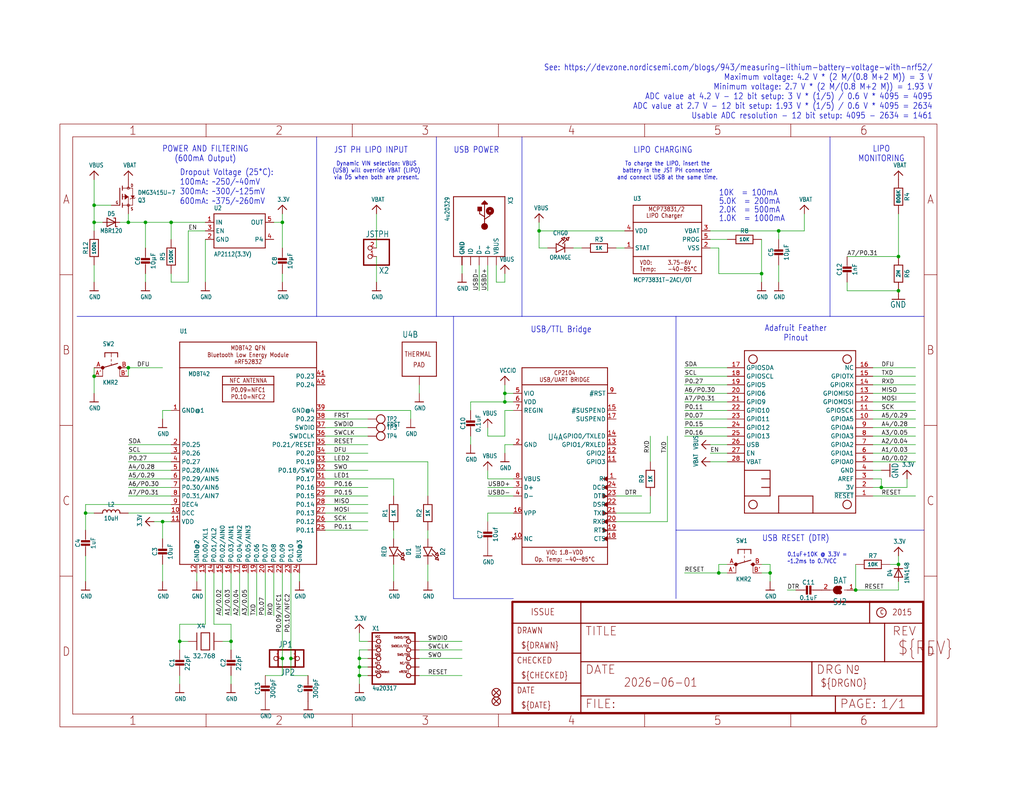
<source format=kicad_sch>
(kicad_sch (version 20230121) (generator eeschema)
  (paper "User" 303.962 235.179)
  (junction (at 68.58 190.5))
  (junction (at 38.1 66.04))
  (junction (at 25.4 152.4))
  (junction (at 106.68 200.66))
  (junction (at 254 175.26))
  (junction (at 43.18 66.04))
  (junction (at 160.02 68.58))
  (junction (at 213.36 170.18))
  (junction (at 149.86 119.38))
  (junction (at 27.94 66.04))
  (junction (at 228.6 170.18))
  (junction (at 27.94 111.76))
  (junction (at 83.82 66.04))
  (junction (at 106.68 198.12))
  (junction (at 106.68 195.58))
  (junction (at 48.26 154.94))
  (junction (at 53.34 190.5))
  (junction (at 231.14 68.58))
  (junction (at 266.7 167.64))
  (junction (at 149.86 116.84))
  (junction (at 27.94 60.96))
  (junction (at 86.36 195.58))
  (junction (at 226.06 81.28))
  (junction (at 50.8 66.04))
  (junction (at 261.62 144.78))
  (junction (at 38.1 109.22))
  (junction (at 266.7 76.2))
  (junction (at 83.82 195.58))
  (junction (at 266.7 86.36))
  (wire (pts (xy 60.96 71.12) (xy 60.96 83.82)) (stroke (width 0.1524)))
  (wire (pts (xy 78.74 170.18) (xy 78.74 182.88)) (stroke (width 0.1524)))
  (wire (pts (xy 266.7 175.26) (xy 266.7 172.72)) (stroke (width 0.1524)))
  (wire (pts (xy 25.4 165.1) (xy 25.4 172.72)) (stroke (width 0.1524)))
  (wire (pts (xy 81.28 182.88) (xy 81.28 170.18)) (stroke (width 0.1524)))
  (wire (pts (xy 60.96 68.58) (xy 55.88 68.58)) (stroke (width 0.1524)))
  (wire (pts (xy 63.5 170.18) (xy 63.5 185.42)) (stroke (width 0.1524)))
  (wire (pts (xy 63.5 185.42) (xy 68.58 185.42)) (stroke (width 0.1524)))
  (wire (pts (xy 68.58 170.18) (xy 68.58 182.88)) (stroke (width 0.1524)))
  (wire (pts (xy 86.36 195.58) (xy 86.36 200.66)) (stroke (width 0.1524)))
  (polyline (pts (xy 246.38 93.98) (xy 246.38 40.64)) (stroke (width 0.1524) (type solid)))
  (wire (pts (xy 96.52 137.16) (xy 127 137.16)) (stroke (width 0.1524)))
  (wire (pts (xy 259.08 121.92) (xy 271.78 121.92)) (stroke (width 0.1524)))
  (polyline (pts (xy 154.94 93.98) (xy 200.66 93.98)) (stroke (width 0.1524) (type solid)))
  (wire (pts (xy 149.86 83.82) (xy 149.86 81.28)) (stroke (width 0.1524)))
  (wire (pts (xy 144.78 86.36) (xy 144.78 78.74)) (stroke (width 0.1524)))
  (wire (pts (xy 35.56 66.04) (xy 38.1 66.04)) (stroke (width 0.1524)))
  (wire (pts (xy 259.08 137.16) (xy 271.78 137.16)) (stroke (width 0.1524)))
  (wire (pts (xy 60.96 170.18) (xy 60.96 185.42)) (stroke (width 0.1524)))
  (wire (pts (xy 127 137.16) (xy 127 147.32)) (stroke (width 0.1524)))
  (polyline (pts (xy 200.66 157.48) (xy 200.66 93.98)) (stroke (width 0.1524) (type solid)))
  (wire (pts (xy 50.8 144.78) (xy 38.1 144.78)) (stroke (width 0.1524)))
  (wire (pts (xy 213.36 73.66) (xy 213.36 81.28)) (stroke (width 0.1524)))
  (wire (pts (xy 60.96 185.42) (xy 53.34 185.42)) (stroke (width 0.1524)))
  (wire (pts (xy 203.2 127) (xy 215.9 127)) (stroke (width 0.1524)))
  (wire (pts (xy 48.26 167.64) (xy 48.26 172.72)) (stroke (width 0.1524)))
  (wire (pts (xy 106.68 190.5) (xy 106.68 187.96)) (stroke (width 0.1524)))
  (wire (pts (xy 58.42 170.18) (xy 58.42 172.72)) (stroke (width 0.1524)))
  (wire (pts (xy 259.08 119.38) (xy 271.78 119.38)) (stroke (width 0.1524)))
  (wire (pts (xy 68.58 190.5) (xy 68.58 193.04)) (stroke (width 0.1524)))
  (wire (pts (xy 144.78 147.32) (xy 152.4 147.32)) (stroke (width 0.1524)))
  (wire (pts (xy 226.06 81.28) (xy 226.06 83.82)) (stroke (width 0.1524)))
  (wire (pts (xy 259.08 132.08) (xy 271.78 132.08)) (stroke (width 0.1524)))
  (wire (pts (xy 147.32 83.82) (xy 149.86 83.82)) (stroke (width 0.1524)))
  (wire (pts (xy 259.08 129.54) (xy 271.78 129.54)) (stroke (width 0.1524)))
  (wire (pts (xy 259.08 144.78) (xy 261.62 144.78)) (stroke (width 0.1524)))
  (wire (pts (xy 124.46 190.5) (xy 137.16 190.5)) (stroke (width 0.1524)))
  (wire (pts (xy 215.9 111.76) (xy 203.2 111.76)) (stroke (width 0.1524)))
  (wire (pts (xy 96.52 152.4) (xy 109.22 152.4)) (stroke (width 0.1524)))
  (wire (pts (xy 83.82 73.66) (xy 83.82 66.04)) (stroke (width 0.1524)))
  (wire (pts (xy 50.8 137.16) (xy 38.1 137.16)) (stroke (width 0.1524)))
  (wire (pts (xy 96.52 139.7) (xy 109.22 139.7)) (stroke (width 0.1524)))
  (wire (pts (xy 38.1 66.04) (xy 43.18 66.04)) (stroke (width 0.1524)))
  (wire (pts (xy 210.82 71.12) (xy 215.9 71.12)) (stroke (width 0.1524)))
  (wire (pts (xy 109.22 198.12) (xy 106.68 198.12)) (stroke (width 0.1524)))
  (wire (pts (xy 137.16 78.74) (xy 137.16 81.28)) (stroke (width 0.1524)))
  (wire (pts (xy 55.88 190.5) (xy 53.34 190.5)) (stroke (width 0.1524)))
  (wire (pts (xy 96.52 142.24) (xy 116.84 142.24)) (stroke (width 0.1524)))
  (wire (pts (xy 83.82 66.04) (xy 83.82 63.5)) (stroke (width 0.1524)))
  (wire (pts (xy 259.08 109.22) (xy 271.78 109.22)) (stroke (width 0.1524)))
  (wire (pts (xy 160.02 68.58) (xy 185.42 68.58)) (stroke (width 0.1524)))
  (wire (pts (xy 27.94 111.76) (xy 27.94 116.84)) (stroke (width 0.1524)))
  (wire (pts (xy 33.02 60.96) (xy 27.94 60.96)) (stroke (width 0.1524)))
  (wire (pts (xy 109.22 193.04) (xy 106.68 193.04)) (stroke (width 0.1524)))
  (wire (pts (xy 144.78 142.24) (xy 152.4 142.24)) (stroke (width 0.1524)))
  (wire (pts (xy 109.22 200.66) (xy 106.68 200.66)) (stroke (width 0.1524)))
  (wire (pts (xy 124.46 195.58) (xy 137.16 195.58)) (stroke (width 0.1524)))
  (wire (pts (xy 96.52 154.94) (xy 109.22 154.94)) (stroke (width 0.1524)))
  (wire (pts (xy 269.24 144.78) (xy 269.24 142.24)) (stroke (width 0.1524)))
  (wire (pts (xy 50.8 152.4) (xy 38.1 152.4)) (stroke (width 0.1524)))
  (wire (pts (xy 210.82 73.66) (xy 213.36 73.66)) (stroke (width 0.1524)))
  (polyline (pts (xy 200.66 157.48) (xy 274.32 157.48)) (stroke (width 0.1524) (type solid)))
  (wire (pts (xy 25.4 152.4) (xy 25.4 157.48)) (stroke (width 0.1524)))
  (wire (pts (xy 231.14 68.58) (xy 210.82 68.58)) (stroke (width 0.1524)))
  (wire (pts (xy 149.86 132.08) (xy 149.86 134.62)) (stroke (width 0.1524)))
  (wire (pts (xy 50.8 83.82) (xy 50.8 81.28)) (stroke (width 0.1524)))
  (wire (pts (xy 106.68 200.66) (xy 106.68 203.2)) (stroke (width 0.1524)))
  (wire (pts (xy 238.76 63.5) (xy 238.76 68.58)) (stroke (width 0.1524)))
  (wire (pts (xy 50.8 121.92) (xy 48.26 121.92)) (stroke (width 0.1524)))
  (wire (pts (xy 43.18 81.28) (xy 43.18 83.82)) (stroke (width 0.1524)))
  (wire (pts (xy 198.12 129.54) (xy 198.12 154.94)) (stroke (width 0.1524)))
  (wire (pts (xy 73.66 170.18) (xy 73.66 182.88)) (stroke (width 0.1524)))
  (wire (pts (xy 86.36 200.66) (xy 91.44 200.66)) (stroke (width 0.1524)))
  (wire (pts (xy 116.84 167.64) (xy 116.84 172.72)) (stroke (width 0.1524)))
  (wire (pts (xy 182.88 154.94) (xy 198.12 154.94)) (stroke (width 0.1524)))
  (wire (pts (xy 261.62 142.24) (xy 261.62 144.78)) (stroke (width 0.1524)))
  (wire (pts (xy 193.04 152.4) (xy 193.04 147.32)) (stroke (width 0.1524)))
  (wire (pts (xy 160.02 66.04) (xy 160.02 68.58)) (stroke (width 0.1524)))
  (wire (pts (xy 149.86 116.84) (xy 149.86 119.38)) (stroke (width 0.1524)))
  (wire (pts (xy 266.7 86.36) (xy 251.46 86.36)) (stroke (width 0.1524)))
  (wire (pts (xy 215.9 116.84) (xy 203.2 116.84)) (stroke (width 0.1524)))
  (polyline (pts (xy 154.94 93.98) (xy 154.94 40.64)) (stroke (width 0.1524) (type solid)))
  (wire (pts (xy 38.1 109.22) (xy 38.1 111.76)) (stroke (width 0.1524)))
  (wire (pts (xy 261.62 139.7) (xy 259.08 139.7)) (stroke (width 0.1524)))
  (wire (pts (xy 259.08 111.76) (xy 271.78 111.76)) (stroke (width 0.1524)))
  (wire (pts (xy 266.7 63.5) (xy 266.7 76.2)) (stroke (width 0.1524)))
  (wire (pts (xy 147.32 78.74) (xy 147.32 83.82)) (stroke (width 0.1524)))
  (wire (pts (xy 96.52 124.46) (xy 109.22 124.46)) (stroke (width 0.1524)))
  (wire (pts (xy 81.28 66.04) (xy 83.82 66.04)) (stroke (width 0.1524)))
  (wire (pts (xy 55.88 83.82) (xy 50.8 83.82)) (stroke (width 0.1524)))
  (polyline (pts (xy 200.66 177.8) (xy 200.66 157.48)) (stroke (width 0.1524) (type solid)))
  (polyline (pts (xy 129.54 93.98) (xy 129.54 40.64)) (stroke (width 0.1524) (type solid)))
  (wire (pts (xy 111.76 83.82) (xy 111.76 76.2)) (stroke (width 0.1524)))
  (wire (pts (xy 160.02 73.66) (xy 160.02 68.58)) (stroke (width 0.1524)))
  (wire (pts (xy 144.78 144.78) (xy 152.4 144.78)) (stroke (width 0.1524)))
  (wire (pts (xy 96.52 121.92) (xy 121.92 121.92)) (stroke (width 0.1524)))
  (wire (pts (xy 215.9 167.64) (xy 213.36 167.64)) (stroke (width 0.1524)))
  (wire (pts (xy 213.36 81.28) (xy 226.06 81.28)) (stroke (width 0.1524)))
  (wire (pts (xy 203.2 124.46) (xy 215.9 124.46)) (stroke (width 0.1524)))
  (wire (pts (xy 66.04 170.18) (xy 66.04 182.88)) (stroke (width 0.1524)))
  (wire (pts (xy 53.34 200.66) (xy 53.34 203.2)) (stroke (width 0.1524)))
  (wire (pts (xy 48.26 121.92) (xy 48.26 124.46)) (stroke (width 0.1524)))
  (wire (pts (xy 48.26 154.94) (xy 48.26 160.02)) (stroke (width 0.1524)))
  (wire (pts (xy 144.78 129.54) (xy 149.86 129.54)) (stroke (width 0.1524)))
  (wire (pts (xy 152.4 119.38) (xy 149.86 119.38)) (stroke (width 0.1524)))
  (wire (pts (xy 53.34 190.5) (xy 53.34 193.04)) (stroke (width 0.1524)))
  (wire (pts (xy 203.2 121.92) (xy 215.9 121.92)) (stroke (width 0.1524)))
  (wire (pts (xy 109.22 190.5) (xy 106.68 190.5)) (stroke (width 0.1524)))
  (wire (pts (xy 231.14 68.58) (xy 238.76 68.58)) (stroke (width 0.1524)))
  (polyline (pts (xy 134.62 177.8) (xy 152.4 177.8)) (stroke (width 0.1524) (type solid)))
  (wire (pts (xy 226.06 170.18) (xy 228.6 170.18)) (stroke (width 0.1524)))
  (wire (pts (xy 68.58 200.66) (xy 68.58 203.2)) (stroke (width 0.1524)))
  (wire (pts (xy 152.4 116.84) (xy 149.86 116.84)) (stroke (width 0.1524)))
  (wire (pts (xy 27.94 152.4) (xy 25.4 152.4)) (stroke (width 0.1524)))
  (wire (pts (xy 88.9 170.18) (xy 88.9 172.72)) (stroke (width 0.1524)))
  (wire (pts (xy 43.18 73.66) (xy 43.18 66.04)) (stroke (width 0.1524)))
  (wire (pts (xy 50.8 71.12) (xy 50.8 66.04)) (stroke (width 0.1524)))
  (wire (pts (xy 149.86 114.3) (xy 149.86 116.84)) (stroke (width 0.1524)))
  (wire (pts (xy 152.4 132.08) (xy 149.86 132.08)) (stroke (width 0.1524)))
  (wire (pts (xy 254 175.26) (xy 266.7 175.26)) (stroke (width 0.1524)))
  (polyline (pts (xy 129.54 93.98) (xy 134.62 93.98)) (stroke (width 0.1524) (type solid)))
  (wire (pts (xy 124.46 193.04) (xy 137.16 193.04)) (stroke (width 0.1524)))
  (wire (pts (xy 226.06 71.12) (xy 226.06 81.28)) (stroke (width 0.1524)))
  (wire (pts (xy 60.96 66.04) (xy 50.8 66.04)) (stroke (width 0.1524)))
  (wire (pts (xy 66.04 190.5) (xy 68.58 190.5)) (stroke (width 0.1524)))
  (polyline (pts (xy 134.62 177.8) (xy 134.62 93.98)) (stroke (width 0.1524) (type solid)))
  (wire (pts (xy 124.46 114.3) (xy 124.46 116.84)) (stroke (width 0.1524)))
  (wire (pts (xy 106.68 193.04) (xy 106.68 195.58)) (stroke (width 0.1524)))
  (wire (pts (xy 193.04 137.16) (xy 193.04 129.54)) (stroke (width 0.1524)))
  (wire (pts (xy 182.88 147.32) (xy 190.5 147.32)) (stroke (width 0.1524)))
  (wire (pts (xy 50.8 149.86) (xy 25.4 149.86)) (stroke (width 0.1524)))
  (wire (pts (xy 96.52 144.78) (xy 109.22 144.78)) (stroke (width 0.1524)))
  (wire (pts (xy 83.82 200.66) (xy 83.82 195.58)) (stroke (width 0.1524)))
  (wire (pts (xy 109.22 195.58) (xy 106.68 195.58)) (stroke (width 0.1524)))
  (wire (pts (xy 83.82 81.28) (xy 83.82 83.82)) (stroke (width 0.1524)))
  (wire (pts (xy 139.7 119.38) (xy 149.86 119.38)) (stroke (width 0.1524)))
  (wire (pts (xy 233.68 175.26) (xy 236.22 175.26)) (stroke (width 0.1524)))
  (wire (pts (xy 264.16 167.64) (xy 266.7 167.64)) (stroke (width 0.1524)))
  (wire (pts (xy 48.26 154.94) (xy 45.72 154.94)) (stroke (width 0.1524)))
  (wire (pts (xy 228.6 170.18) (xy 228.6 172.72)) (stroke (width 0.1524)))
  (wire (pts (xy 38.1 63.5) (xy 38.1 66.04)) (stroke (width 0.1524)))
  (wire (pts (xy 27.94 66.04) (xy 27.94 60.96)) (stroke (width 0.1524)))
  (wire (pts (xy 53.34 185.42) (xy 53.34 190.5)) (stroke (width 0.1524)))
  (wire (pts (xy 96.52 127) (xy 109.22 127)) (stroke (width 0.1524)))
  (polyline (pts (xy 134.62 93.98) (xy 154.94 93.98)) (stroke (width 0.1524) (type solid)))
  (wire (pts (xy 111.76 63.5) (xy 111.76 73.66)) (stroke (width 0.1524)))
  (wire (pts (xy 144.78 152.4) (xy 144.78 154.94)) (stroke (width 0.1524)))
  (polyline (pts (xy 246.38 93.98) (xy 274.32 93.98)) (stroke (width 0.1524) (type solid)))
  (wire (pts (xy 43.18 66.04) (xy 50.8 66.04)) (stroke (width 0.1524)))
  (wire (pts (xy 182.88 152.4) (xy 193.04 152.4)) (stroke (width 0.1524)))
  (wire (pts (xy 121.92 121.92) (xy 121.92 124.46)) (stroke (width 0.1524)))
  (wire (pts (xy 182.88 73.66) (xy 185.42 73.66)) (stroke (width 0.1524)))
  (wire (pts (xy 30.48 66.04) (xy 27.94 66.04)) (stroke (width 0.1524)))
  (polyline (pts (xy 22.86 93.98) (xy 93.98 93.98)) (stroke (width 0.1524) (type solid)))
  (wire (pts (xy 213.36 170.18) (xy 215.9 170.18)) (stroke (width 0.1524)))
  (wire (pts (xy 78.74 200.66) (xy 83.82 200.66)) (stroke (width 0.1524)))
  (wire (pts (xy 96.52 132.08) (xy 109.22 132.08)) (stroke (width 0.1524)))
  (wire (pts (xy 215.9 114.3) (xy 203.2 114.3)) (stroke (width 0.1524)))
  (wire (pts (xy 71.12 170.18) (xy 71.12 182.88)) (stroke (width 0.1524)))
  (wire (pts (xy 271.78 127) (xy 259.08 127)) (stroke (width 0.1524)))
  (wire (pts (xy 149.86 121.92) (xy 152.4 121.92)) (stroke (width 0.1524)))
  (wire (pts (xy 50.8 154.94) (xy 48.26 154.94)) (stroke (width 0.1524)))
  (wire (pts (xy 50.8 142.24) (xy 38.1 142.24)) (stroke (width 0.1524)))
  (wire (pts (xy 96.52 134.62) (xy 109.22 134.62)) (stroke (width 0.1524)))
  (wire (pts (xy 50.8 147.32) (xy 38.1 147.32)) (stroke (width 0.1524)))
  (polyline (pts (xy 93.98 93.98) (xy 129.54 93.98)) (stroke (width 0.1524) (type solid)))
  (polyline (pts (xy 93.98 93.98) (xy 93.98 40.64)) (stroke (width 0.1524) (type solid)))
  (wire (pts (xy 96.52 129.54) (xy 109.22 129.54)) (stroke (width 0.1524)))
  (wire (pts (xy 50.8 134.62) (xy 38.1 134.62)) (stroke (width 0.1524)))
  (wire (pts (xy 215.9 109.22) (xy 203.2 109.22)) (stroke (width 0.1524)))
  (wire (pts (xy 259.08 142.24) (xy 261.62 142.24)) (stroke (width 0.1524)))
  (wire (pts (xy 259.08 114.3) (xy 271.78 114.3)) (stroke (width 0.1524)))
  (wire (pts (xy 86.36 170.18) (xy 86.36 195.58)) (stroke (width 0.1524)))
  (wire (pts (xy 271.78 124.46) (xy 259.08 124.46)) (stroke (width 0.1524)))
  (wire (pts (xy 215.9 119.38) (xy 203.2 119.38)) (stroke (width 0.1524)))
  (wire (pts (xy 170.18 73.66) (xy 172.72 73.66)) (stroke (width 0.1524)))
  (wire (pts (xy 231.14 78.74) (xy 231.14 83.82)) (stroke (width 0.1524)))
  (wire (pts (xy 251.46 76.2) (xy 266.7 76.2)) (stroke (width 0.1524)))
  (wire (pts (xy 228.6 167.64) (xy 228.6 170.18)) (stroke (width 0.1524)))
  (wire (pts (xy 162.56 73.66) (xy 160.02 73.66)) (stroke (width 0.1524)))
  (wire (pts (xy 215.9 132.08) (xy 210.82 132.08)) (stroke (width 0.1524)))
  (wire (pts (xy 116.84 142.24) (xy 116.84 147.32)) (stroke (width 0.1524)))
  (wire (pts (xy 139.7 129.54) (xy 139.7 132.08)) (stroke (width 0.1524)))
  (wire (pts (xy 127 167.64) (xy 127 172.72)) (stroke (width 0.1524)))
  (wire (pts (xy 50.8 139.7) (xy 38.1 139.7)) (stroke (width 0.1524)))
  (wire (pts (xy 215.9 134.62) (xy 210.82 134.62)) (stroke (width 0.1524)))
  (wire (pts (xy 27.94 109.22) (xy 27.94 111.76)) (stroke (width 0.1524)))
  (wire (pts (xy 254 167.64) (xy 254 175.26)) (stroke (width 0.1524)))
  (wire (pts (xy 127 157.48) (xy 127 160.02)) (stroke (width 0.1524)))
  (wire (pts (xy 144.78 142.24) (xy 144.78 139.7)) (stroke (width 0.1524)))
  (wire (pts (xy 259.08 147.32) (xy 271.78 147.32)) (stroke (width 0.1524)))
  (wire (pts (xy 27.94 68.58) (xy 27.94 66.04)) (stroke (width 0.1524)))
  (wire (pts (xy 266.7 167.64) (xy 266.7 165.1)) (stroke (width 0.1524)))
  (wire (pts (xy 152.4 152.4) (xy 144.78 152.4)) (stroke (width 0.1524)))
  (wire (pts (xy 259.08 116.84) (xy 271.78 116.84)) (stroke (width 0.1524)))
  (wire (pts (xy 38.1 109.22) (xy 48.26 109.22)) (stroke (width 0.1524)))
  (wire (pts (xy 137.16 200.66) (xy 124.46 200.66)) (stroke (width 0.1524)))
  (wire (pts (xy 231.14 71.12) (xy 231.14 68.58)) (stroke (width 0.1524)))
  (wire (pts (xy 116.84 157.48) (xy 116.84 160.02)) (stroke (width 0.1524)))
  (wire (pts (xy 83.82 170.18) (xy 83.82 195.58)) (stroke (width 0.1524)))
  (wire (pts (xy 106.68 195.58) (xy 106.68 198.12)) (stroke (width 0.1524)))
  (wire (pts (xy 27.94 60.96) (xy 27.94 53.34)) (stroke (width 0.1524)))
  (polyline (pts (xy 200.66 93.98) (xy 246.38 93.98)) (stroke (width 0.1524) (type solid)))
  (wire (pts (xy 50.8 132.08) (xy 38.1 132.08)) (stroke (width 0.1524)))
  (wire (pts (xy 215.9 137.16) (xy 210.82 137.16)) (stroke (width 0.1524)))
  (wire (pts (xy 27.94 83.82) (xy 27.94 78.74)) (stroke (width 0.1524)))
  (wire (pts (xy 96.52 147.32) (xy 109.22 147.32)) (stroke (width 0.1524)))
  (wire (pts (xy 251.46 86.36) (xy 251.46 83.82)) (stroke (width 0.1524)))
  (wire (pts (xy 96.52 157.48) (xy 109.22 157.48)) (stroke (width 0.1524)))
  (wire (pts (xy 203.2 170.18) (xy 213.36 170.18)) (stroke (width 0.1524)))
  (wire (pts (xy 142.24 86.36) (xy 142.24 78.74)) (stroke (width 0.1524)))
  (wire (pts (xy 106.68 198.12) (xy 106.68 200.66)) (stroke (width 0.1524)))
  (wire (pts (xy 96.52 149.86) (xy 109.22 149.86)) (stroke (width 0.1524)))
  (wire (pts (xy 226.06 167.64) (xy 228.6 167.64)) (stroke (width 0.1524)))
  (wire (pts (xy 213.36 167.64) (xy 213.36 170.18)) (stroke (width 0.1524)))
  (wire (pts (xy 139.7 119.38) (xy 139.7 121.92)) (stroke (width 0.1524)))
  (wire (pts (xy 55.88 68.58) (xy 55.88 83.82)) (stroke (width 0.1524)))
  (wire (pts (xy 68.58 185.42) (xy 68.58 190.5)) (stroke (width 0.1524)))
  (wire (pts (xy 25.4 149.86) (xy 25.4 152.4)) (stroke (width 0.1524)))
  (wire (pts (xy 261.62 144.78) (xy 269.24 144.78)) (stroke (width 0.1524)))
  (wire (pts (xy 76.2 182.88) (xy 76.2 170.18)) (stroke (width 0.1524)))
  (wire (pts (xy 259.08 134.62) (xy 271.78 134.62)) (stroke (width 0.1524)))
  (wire (pts (xy 203.2 129.54) (xy 215.9 129.54)) (stroke (width 0.1524)))
  (wire (pts (xy 149.86 129.54) (xy 149.86 121.92)) (stroke (width 0.1524)))
  (wire (pts (xy 144.78 127) (xy 144.78 129.54)) (stroke (width 0.1524)))
  (text "10K  = 100mA" (at 213.36 58.42 0) (effects (font (size 1.778 1.5113)) (justify left bottom)))
  (text "5.0K  = 200mA" (at 213.36 60.96 0) (effects (font (size 1.778 1.5113)) (justify left bottom)))
  (text "LIPO CHARGING" (at 187.96 45.72 0) (effects (font (size 1.778 1.5113)) (justify left bottom)))
  (text "USB RESET (DTR)" (at 236.22 160.02 0) (effects (font (size 1.778 1.5113))))
  (text "JST PH LIPO INPUT" (at 99.06 45.72 0) (effects (font (size 1.778 1.5113)) (justify left bottom)))
  (text "1.0K  = 1000mA" (at 213.36 66.04 0) (effects (font (size 1.778 1.5113)) (justify left bottom)))
  (text "USB POWER" (at 134.62 45.72 0) (effects (font (size 1.778 1.5113)) (justify left bottom)))
  (text "See: https://devzone.nordicsemi.com/blogs/943/measuring-lithium-battery-voltage-with-nrf52/\nMaximum voltage: 4.2 V * (2 M/(0.8 M+2 M)) = 3 V\nMinimum voltage: 2.7 V * (2 M/(0.8 M+2 M)) = 1.93 V\nADC value at 4.2 V - 12 bit setup: 3 V * (1/5) / 0.6 V * 4095 = 4095\nADC value at 2.7 V - 12 bit setup: 1.93 V * (1/5) / 0.6 V * 4095 = 2634\nUsable ADC resolution - 12 bit setup: 4095 - 2634 = 1461" (at 276.86 35.56 0) (effects (font (size 1.778 1.5113)) (justify right bottom)))
  (text "To charge the LIPO, insert the\nbattery in the JST PH connector\nand connect USB at the same time." (at 198.12 50.8 0) (effects (font (size 1.27 1.0795))))
  (text "Dynamic VIN selection: VBUS\n(USB) will override VBAT (LIPO)\nvia D5 when both are present." (at 111.76 50.8 0) (effects (font (size 1.27 1.0795))))
  (text "USB/TTL Bridge" (at 157.48 99.06 0) (effects (font (size 1.778 1.5113)) (justify left bottom)))
  (text "2.0K  = 500mA" (at 213.36 63.5 0) (effects (font (size 1.778 1.5113)) (justify left bottom)))
  (text "Dropout Voltage (25°C):\n100mA: ~250/~40mV\n300mA: ~300/~125mV\n600mA: ~375/~260mV" (at 53.34 60.96 0) (effects (font (size 1.778 1.5113)) (justify left bottom)))
  (text "LIPO\nMONITORING" (at 261.62 48.26 0) (effects (font (size 1.778 1.5113)) (justify bottom)))
  (text "0.1uF+10K @ 3.3V =\n~1.2ms to 0.7VCC" (at 233.68 167.64 0) (effects (font (size 1.27 1.0795)) (justify left bottom)))
  (text "Adafruit Feather\nPinout" (at 236.22 99.06 0) (effects (font (size 1.778 1.5113))))
  (text "POWER AND FILTERING\n(600mA Output)" (at 60.96 48.26 0) (effects (font (size 1.778 1.5113)) (justify bottom)))
  (label "SCK" (at 99.06 154.94 0) (effects (font (size 1.2446 1.2446))))
  (label "P0.15" (at 99.06 147.32 0) (effects (font (size 1.2446 1.2446))))
  (label "SWCLK" (at 99.06 129.54 0) (effects (font (size 1.2446 1.2446))))
  (label "SCL" (at 203.2 111.76 0) (effects (font (size 1.2446 1.2446))))
  (label "SWO" (at 99.06 139.7 0) (effects (font (size 1.2446 1.2446))))
  (label "A7/P0.31" (at 251.46 76.2 0) (effects (font (size 1.2446 1.2446))))
  (label "A3/0.05" (at 73.66 182.88 90) (effects (font (size 1.2446 1.2446))))
  (label "SCK" (at 261.62 121.92 0) (effects (font (size 1.2446 1.2446))))
  (label "MOSI" (at 261.62 119.38 0) (effects (font (size 1.2446 1.2446))))
  (label "A4/0.28" (at 261.62 127 0) (effects (font (size 1.2446 1.2446))))
  (label "LED2" (at 99.06 137.16 0) (effects (font (size 1.2446 1.2446))))
  (label "A0/0.02" (at 66.04 182.88 90) (effects (font (size 1.2446 1.2446))))
  (label "MISO" (at 261.62 116.84 0) (effects (font (size 1.2446 1.2446))))
  (label "EN" (at 210.82 134.62 0) (effects (font (size 1.2446 1.2446))))
  (label "A6/P0.30" (at 38.1 144.78 0) (effects (font (size 1.2446 1.2446))))
  (label "P0.15" (at 203.2 127 0) (effects (font (size 1.2446 1.2446))))
  (label "RXD" (at 193.04 134.62 90) (effects (font (size 1.2446 1.2446))))
  (label "SDA" (at 203.2 109.22 0) (effects (font (size 1.2446 1.2446))))
  (label "LED1" (at 99.06 142.24 0) (effects (font (size 1.2446 1.2446))))
  (label "RESET" (at 99.06 132.08 0) (effects (font (size 1.2446 1.2446))))
  (label "P0.10/NFC2" (at 86.36 187.96 90) (effects (font (size 1.2446 1.2446))))
  (label "DFU" (at 99.06 134.62 0) (effects (font (size 1.2446 1.2446))))
  (label "DTR" (at 185.42 147.32 0) (effects (font (size 1.2446 1.2446))))
  (label "EN" (at 55.88 68.58 0) (effects (font (size 1.2446 1.2446))))
  (label "A2/0.04" (at 71.12 182.88 90) (effects (font (size 1.2446 1.2446))))
  (label "A5/0.29" (at 38.1 142.24 0) (effects (font (size 1.2446 1.2446))))
  (label "RXD" (at 81.28 182.88 90) (effects (font (size 1.2446 1.2446))))
  (label "USBD+" (at 144.78 144.78 0) (effects (font (size 1.2446 1.2446))))
  (label "RESET" (at 256.54 175.26 0) (effects (font (size 1.2446 1.2446))))
  (label "USBD-" (at 142.24 86.36 90) (effects (font (size 1.2446 1.2446))))
  (label "A4/0.28" (at 38.1 139.7 0) (effects (font (size 1.2446 1.2446))))
  (label "SWCLK" (at 127 193.04 0) (effects (font (size 1.2446 1.2446))))
  (label "DFU" (at 40.64 109.22 0) (effects (font (size 1.2446 1.2446))))
  (label "P0.07" (at 203.2 124.46 0) (effects (font (size 1.2446 1.2446))))
  (label "A6/P0.30" (at 203.2 116.84 0) (effects (font (size 1.2446 1.2446))))
  (label "A3/0.05" (at 261.62 129.54 0) (effects (font (size 1.2446 1.2446))))
  (label "P0.07" (at 78.74 182.88 90) (effects (font (size 1.2446 1.2446))))
  (label "RESET" (at 127 200.66 0) (effects (font (size 1.2446 1.2446))))
  (label "SCL" (at 38.1 134.62 0) (effects (font (size 1.2446 1.2446))))
  (label "RESET" (at 261.62 147.32 0) (effects (font (size 1.2446 1.2446))))
  (label "SWO" (at 127 195.58 0) (effects (font (size 1.2446 1.2446))))
  (label "P0.16" (at 99.06 144.78 0) (effects (font (size 1.2446 1.2446))))
  (label "P0.11" (at 99.06 157.48 0) (effects (font (size 1.2446 1.2446))))
  (label "P0.16" (at 203.2 129.54 0) (effects (font (size 1.2446 1.2446))))
  (label "TXD" (at 198.12 134.62 90) (effects (font (size 1.2446 1.2446))))
  (label "A2/0.04" (at 261.62 132.08 0) (effects (font (size 1.2446 1.2446))))
  (label "A7/P0.31" (at 203.2 119.38 0) (effects (font (size 1.2446 1.2446))))
  (label "RESET" (at 203.2 170.18 0) (effects (font (size 1.2446 1.2446))))
  (label "FRST" (at 99.06 124.46 0) (effects (font (size 1.2446 1.2446))))
  (label "USBD-" (at 144.78 147.32 0) (effects (font (size 1.2446 1.2446))))
  (label "SDA" (at 38.1 132.08 0) (effects (font (size 1.2446 1.2446))))
  (label "P0.09/NFC1" (at 83.82 187.96 90) (effects (font (size 1.2446 1.2446))))
  (label "P0.27" (at 203.2 114.3 0) (effects (font (size 1.2446 1.2446))))
  (label "MISO" (at 99.06 149.86 0) (effects (font (size 1.2446 1.2446))))
  (label "DTR" (at 233.68 175.26 0) (effects (font (size 1.2446 1.2446))))
  (label "SWDIO" (at 127 190.5 0) (effects (font (size 1.2446 1.2446))))
  (label "SWDIO" (at 99.06 127 0) (effects (font (size 1.2446 1.2446))))
  (label "P0.11" (at 203.2 121.92 0) (effects (font (size 1.2446 1.2446))))
  (label "P0.27" (at 38.1 137.16 0) (effects (font (size 1.2446 1.2446))))
  (label "MOSI" (at 99.06 152.4 0) (effects (font (size 1.2446 1.2446))))
  (label "A7/P0.31" (at 38.1 147.32 0) (effects (font (size 1.2446 1.2446))))
  (label "USBD+" (at 144.78 86.36 90) (effects (font (size 1.2446 1.2446))))
  (label "A1/0.03" (at 68.58 182.88 90) (effects (font (size 1.2446 1.2446))))
  (label "DFU" (at 261.62 109.22 0) (effects (font (size 1.2446 1.2446))))
  (label "TXD" (at 261.62 111.76 0) (effects (font (size 1.2446 1.2446))))
  (label "A5/0.29" (at 261.62 124.46 0) (effects (font (size 1.2446 1.2446))))
  (label "RXD" (at 261.62 114.3 0) (effects (font (size 1.2446 1.2446))))
  (label "TXD" (at 76.2 182.88 90) (effects (font (size 1.2446 1.2446))))
  (label "A0/0.02" (at 261.62 137.16 0) (effects (font (size 1.2446 1.2446))))
  (label "A1/0.03" (at 261.62 134.62 0) (effects (font (size 1.2446 1.2446))))
  (symbol (lib_id "working-eagle-import:GND") (at 139.7 134.62 0) (unit 1)
    (property "Reference" "#U$24" (effects hide))
    (property "Value" "GND" (at 138.176 137.16 0) (effects (font (size 1.27 1.0795)) (justify left bottom)))
  )
  (symbol (lib_id "working-eagle-import:CAP_CERAMIC0805-NOOUTLINE") (at 144.78 160.02 0) (unit 1)
    (property "Reference" "C7" (at 142.49 158.77 90))
    (property "Value" "10uf" (at 147.08 158.77 90))
    (property "Footprint" "working:0805-NO" (effects hide))
  )
  (symbol (lib_id "working-eagle-import:VBUS") (at 149.86 78.74 0) (unit 1)
    (property "Reference" "#U$18" (effects hide))
    (property "Value" "VBUS" (at 148.336 77.724 0) (effects (font (size 1.27 1.0795)) (justify left bottom)))
  )
  (symbol (lib_id "working-eagle-import:CP2104") (at 167.64 137.16 0) (unit 1)
    (property "Reference" "U4" (at 162.56 130.81 0) (effects (font (size 1.778 1.5113)) (justify left bottom)))
    (property "Value" "CP2104" (effects hide))
    (property "Footprint" "working:QFN24_4MM_SMSC" (effects hide))
  )
  (symbol (lib_id "working-eagle-import:DIODESOD-323") (at 266.7 170.18 90) (unit 1)
    (property "Reference" "D4" (at 264.16 170.18 0) (effects (font (size 1.27 1.0795))))
    (property "Value" "1N4148" (at 269.2 170.18 0) (effects (font (size 1.27 1.0795))))
    (property "Footprint" "working:SOD-323" (effects hide))
  )
  (symbol (lib_id "working-eagle-import:GND") (at 106.68 205.74 0) (unit 1)
    (property "Reference" "#U$9" (effects hide))
    (property "Value" "GND" (at 105.156 208.28 0) (effects (font (size 1.27 1.0795)) (justify left bottom)))
  )
  (symbol (lib_id "working-eagle-import:FIDUCIAL_1MM") (at 147.32 205.74 0) (unit 1)
    (property "Reference" "FID1" (effects hide))
    (property "Value" "FIDUCIAL_1MM" (effects hide))
    (property "Footprint" "working:FIDUCIAL_1MM" (effects hide))
  )
  (symbol (lib_id "working-eagle-import:CON_JST_PH_2PIN") (at 109.22 73.66 180) (unit 1)
    (property "Reference" "X2" (at 115.57 79.375 0) (effects (font (size 1.778 1.5113)) (justify left bottom)))
    (property "Value" "JSTPH" (at 115.57 68.58 0) (effects (font (size 1.778 1.5113)) (justify left bottom)))
    (property "Footprint" "working:JSTPH2" (effects hide))
  )
  (symbol (lib_id "working-eagle-import:XTAL-3.2X1.5") (at 60.96 190.5 0) (unit 1)
    (property "Reference" "X4" (at 58.42 186.69 0) (effects (justify left bottom)))
    (property "Value" "32.768" (at 57.15 195.58 0) (effects (justify left bottom)))
    (property "Footprint" "working:XTAL3215" (effects hide))
  )
  (symbol (lib_id "working-eagle-import:GND") (at 127 175.26 0) (unit 1)
    (property "Reference" "#U$8" (effects hide))
    (property "Value" "GND" (at 125.476 177.8 0) (effects (font (size 1.27 1.0795)) (justify left bottom)))
  )
  (symbol (lib_id "working-eagle-import:GND") (at 121.92 127 0) (unit 1)
    (property "Reference" "#U$10" (effects hide))
    (property "Value" "GND" (at 120.396 129.54 0) (effects (font (size 1.27 1.0795)) (justify left bottom)))
  )
  (symbol (lib_id "working-eagle-import:LED0805_NOOUTLINE") (at 127 165.1 270) (unit 1)
    (property "Reference" "D2" (at 131.445 163.83 0) (effects (font (size 1.27 1.0795))))
    (property "Value" "BLUE" (at 124.206 163.83 0) (effects (font (size 1.27 1.0795))))
    (property "Footprint" "working:CHIPLED_0805_NOOUTLINE" (effects hide))
  )
  (symbol (lib_id "working-eagle-import:VBAT") (at 266.7 50.8 0) (unit 1)
    (property "Reference" "#U$14" (effects hide))
    (property "Value" "VBAT" (at 265.176 49.784 0) (effects (font (size 1.27 1.0795)) (justify left bottom)))
  )
  (symbol (lib_id "working-eagle-import:USB_MICRO_20329_V2") (at 142.24 68.58 270) (unit 1)
    (property "Reference" "X3" (at 150.876 58.42 0) (effects (font (size 1.27 1.0795)) (justify left bottom)))
    (property "Value" "4u20329" (at 132.08 58.42 0) (effects (font (size 1.27 1.0795)) (justify left bottom)))
    (property "Footprint" "working:4UCONN_20329_V2" (effects hide))
  )
  (symbol (lib_id "working-eagle-import:TESTPOINTROUND2MM") (at 109.22 129.54 270) (unit 1)
    (property "Reference" "TP4" (at 114.808 129.54 90) (effects (font (size 1.27 1.0795)) (justify left)))
    (property "Value" "TESTPOINTROUND2MM" (effects hide))
    (property "Footprint" "working:TESTPOINT_ROUND_2MM" (effects hide))
  )
  (symbol (lib_id "working-eagle-import:HEADER-1X12MM") (at 88.9 195.58 0) (unit 1)
    (property "Reference" "JP1" (at 82.55 192.405 0) (effects (font (size 1.778 1.5113)) (justify left bottom)))
    (property "Value" "HEADER-1X12MM" (effects hide))
    (property "Footprint" "working:1X01_2MM" (effects hide))
  )
  (symbol (lib_id "working-eagle-import:MCP73831/2") (at 198.12 71.12 0) (unit 1)
    (property "Reference" "U3" (at 187.96 59.69 0) (effects (font (size 1.27 1.0795)) (justify left bottom)))
    (property "Value" "MCP73831T-2ACI/OT" (at 187.96 83.82 0) (effects (font (size 1.27 1.0795)) (justify left bottom)))
    (property "Footprint" "working:SOT23-5" (effects hide))
  )
  (symbol (lib_id "working-eagle-import:SOLDERJUMPERCLOSED") (at 248.92 175.26 180) (unit 1)
    (property "Reference" "SJ2" (at 251.46 177.8 0) (effects (font (size 1.778 1.5113)) (justify left bottom)))
    (property "Value" "BAT" (at 251.46 171.45 0) (effects (font (size 1.778 1.5113)) (justify left bottom)))
    (property "Footprint" "working:SOLDERJUMPER_CLOSEDWIRE" (effects hide))
  )
  (symbol (lib_id "working-eagle-import:GND") (at 48.26 127 0) (unit 1)
    (property "Reference" "#U$5" (effects hide))
    (property "Value" "GND" (at 46.736 129.54 0) (effects (font (size 1.27 1.0795)) (justify left bottom)))
  )
  (symbol (lib_id "working-eagle-import:SWITCH_TACT_SMT4.6X2.8") (at 220.98 167.64 0) (unit 1)
    (property "Reference" "SW1" (at 218.44 161.29 0) (effects (font (size 1.27 1.0795)) (justify left bottom)))
    (property "Value" "KMR2" (at 218.44 172.72 0) (effects (font (size 1.27 1.0795)) (justify left bottom)))
    (property "Footprint" "working:BTN_KMR2_4.6X2.8" (effects hide))
  )
  (symbol (lib_id "working-eagle-import:VBAT") (at 208.28 137.16 90) (unit 1)
    (property "Reference" "#U$34" (effects hide))
    (property "Value" "VBAT" (at 207.264 138.684 0) (effects (font (size 1.27 1.0795)) (justify left bottom)))
  )
  (symbol (lib_id "working-eagle-import:supply1_GND") (at 264.16 139.7 90) (unit 1)
    (property "Reference" "#GND1" (effects hide))
    (property "Value" "GND" (at 266.7 142.24 0) (effects (font (size 1.778 1.5113)) (justify left bottom)))
  )
  (symbol (lib_id "working-eagle-import:GND") (at 58.42 175.26 0) (unit 1)
    (property "Reference" "#U$3" (effects hide))
    (property "Value" "GND" (at 56.896 177.8 0) (effects (font (size 1.27 1.0795)) (justify left bottom)))
  )
  (symbol (lib_id "working-eagle-import:DIODE-SCHOTTKYSOD-123") (at 33.02 66.04 0) (unit 1)
    (property "Reference" "D5" (at 33.02 63.5 0) (effects (font (size 1.27 1.0795))))
    (property "Value" "MBR120" (at 33.02 68.54 0) (effects (font (size 1.27 1.0795))))
    (property "Footprint" "working:SOD-123" (effects hide))
  )
  (symbol (lib_id "working-eagle-import:RESISTOR_0603_NOOUT") (at 50.8 76.2 90) (unit 1)
    (property "Reference" "R5" (at 48.26 76.2 0))
    (property "Value" "100K" (at 50.8 76.2 0) (effects (font (size 1.016 1.016) bold)))
    (property "Footprint" "working:0603-NO" (effects hide))
  )
  (symbol (lib_id "working-eagle-import:GND") (at 25.4 175.26 0) (unit 1)
    (property "Reference" "#U$11" (effects hide))
    (property "Value" "GND" (at 23.876 177.8 0) (effects (font (size 1.27 1.0795)) (justify left bottom)))
  )
  (symbol (lib_id "working-eagle-import:RESISTOR_0603_NOOUT") (at 27.94 73.66 90) (unit 1)
    (property "Reference" "R12" (at 25.4 73.66 0))
    (property "Value" "100k" (at 27.94 73.66 0) (effects (font (size 1.016 1.016) bold)))
    (property "Footprint" "working:0603-NO" (effects hide))
  )
  (symbol (lib_id "working-eagle-import:GND") (at 43.18 86.36 0) (unit 1)
    (property "Reference" "#U$27" (effects hide))
    (property "Value" "GND" (at 41.656 88.9 0) (effects (font (size 1.27 1.0795)) (justify left bottom)))
  )
  (symbol (lib_id "working-eagle-import:GND") (at 60.96 86.36 0) (unit 1)
    (property "Reference" "#U$30" (effects hide))
    (property "Value" "GND" (at 59.436 88.9 0) (effects (font (size 1.27 1.0795)) (justify left bottom)))
  )
  (symbol (lib_id "working-eagle-import:FIDUCIAL_1MM") (at 147.32 208.28 0) (unit 1)
    (property "Reference" "FID3" (effects hide))
    (property "Value" "FIDUCIAL_1MM" (effects hide))
    (property "Footprint" "working:FIDUCIAL_1MM" (effects hide))
  )
  (symbol (lib_id "working-eagle-import:3.3V") (at 43.18 154.94 90) (unit 1)
    (property "Reference" "#U$12" (effects hide))
    (property "Value" "3.3V" (at 42.164 156.464 0) (effects (font (size 1.27 1.0795)) (justify left bottom)))
  )
  (symbol (lib_id "working-eagle-import:GND") (at 144.78 165.1 0) (unit 1)
    (property "Reference" "#U$15" (effects hide))
    (property "Value" "GND" (at 143.256 167.64 0) (effects (font (size 1.27 1.0795)) (justify left bottom)))
  )
  (symbol (lib_id "working-eagle-import:3.3V") (at 83.82 60.96 0) (unit 1)
    (property "Reference" "#U$37" (effects hide))
    (property "Value" "3.3V" (at 82.296 59.944 0) (effects (font (size 1.27 1.0795)) (justify left bottom)))
  )
  (symbol (lib_id "working-eagle-import:VBAT") (at 111.76 60.96 0) (unit 1)
    (property "Reference" "#U$16" (effects hide))
    (property "Value" "VBAT" (at 110.236 59.944 0) (effects (font (size 1.27 1.0795)) (justify left bottom)))
  )
  (symbol (lib_id "working-eagle-import:VBUS") (at 144.78 124.46 0) (unit 1)
    (property "Reference" "#U$48" (effects hide))
    (property "Value" "VBUS" (at 143.256 123.444 0) (effects (font (size 1.27 1.0795)) (justify left bottom)))
  )
  (symbol (lib_id "working-eagle-import:CAP_CERAMIC_0603MP") (at 78.74 205.74 0) (unit 1)
    (property "Reference" "C13" (at 76.45 204.49 90))
    (property "Value" "300pF" (at 81.04 204.49 90))
    (property "Footprint" "working:_0603MP" (effects hide))
  )
  (symbol (lib_id "working-eagle-import:RESISTOR_0603_NOOUT") (at 193.04 142.24 90) (unit 1)
    (property "Reference" "R9" (at 190.5 142.24 0))
    (property "Value" "1K" (at 193.04 142.24 0) (effects (font (size 1.016 1.016) bold)))
    (property "Footprint" "working:0603-NO" (effects hide))
  )
  (symbol (lib_id "working-eagle-import:CAP_CERAMIC0603_NO") (at 238.76 175.26 270) (unit 1)
    (property "Reference" "C11" (at 240.01 172.97 90))
    (property "Value" "0.1uF" (at 240.01 177.56 90))
    (property "Footprint" "working:0603-NO" (effects hide))
  )
  (symbol (lib_id "working-eagle-import:GND") (at 124.46 119.38 0) (unit 1)
    (property "Reference" "#U$25" (effects hide))
    (property "Value" "GND" (at 122.936 121.92 0) (effects (font (size 1.27 1.0795)) (justify left bottom)))
  )
  (symbol (lib_id "working-eagle-import:GND") (at 68.58 205.74 0) (unit 1)
    (property "Reference" "#U$2" (effects hide))
    (property "Value" "GND" (at 67.056 208.28 0) (effects (font (size 1.27 1.0795)) (justify left bottom)))
  )
  (symbol (lib_id "working-eagle-import:GND") (at 137.16 83.82 0) (unit 1)
    (property "Reference" "#U$19" (effects hide))
    (property "Value" "GND" (at 135.636 86.36 0) (effects (font (size 1.27 1.0795)) (justify left bottom)))
  )
  (symbol (lib_id "working-eagle-import:GND") (at 88.9 175.26 0) (unit 1)
    (property "Reference" "#U$6" (effects hide))
    (property "Value" "GND" (at 87.376 177.8 0) (effects (font (size 1.27 1.0795)) (justify left bottom)))
  )
  (symbol (lib_id "working-eagle-import:CAP_CERAMIC0603_NO") (at 25.4 162.56 0) (unit 1)
    (property "Reference" "C4" (at 23.11 161.31 90))
    (property "Value" "1uF" (at 27.7 161.31 90))
    (property "Footprint" "working:0603-NO" (effects hide))
  )
  (symbol (lib_id "working-eagle-import:FEATHERWING_NODIM") (at 254 152.4 90) (unit 1)
    (property "Reference" "MS1" (effects hide))
    (property "Value" "FEATHERWING_NODIM" (effects hide))
    (property "Footprint" "working:FEATHERWING_NODIM" (effects hide))
  )
  (symbol (lib_id "working-eagle-import:LED0805_NOOUTLINE") (at 167.64 73.66 0) (unit 1)
    (property "Reference" "CHG0" (at 166.37 69.215 0) (effects (font (size 1.27 1.0795))))
    (property "Value" "ORANGE" (at 166.37 76.454 0) (effects (font (size 1.27 1.0795))))
    (property "Footprint" "working:CHIPLED_0805_NOOUTLINE" (effects hide))
  )
  (symbol (lib_id "working-eagle-import:RESISTOR_0603_NOOUT") (at 266.7 81.28 270) (unit 1)
    (property "Reference" "R6" (at 269.24 81.28 0))
    (property "Value" "2M" (at 266.7 81.28 0) (effects (font (size 1.016 1.016) bold)))
    (property "Footprint" "working:0603-NO" (effects hide))
  )
  (symbol (lib_id "working-eagle-import:VBAT") (at 38.1 50.8 0) (unit 1)
    (property "Reference" "#U$43" (effects hide))
    (property "Value" "VBAT" (at 36.576 49.784 0) (effects (font (size 1.27 1.0795)) (justify left bottom)))
  )
  (symbol (lib_id "working-eagle-import:supply1_GND") (at 266.7 88.9 0) (unit 1)
    (property "Reference" "#GND13" (effects hide))
    (property "Value" "GND" (at 264.16 91.44 0) (effects (font (size 1.778 1.5113)) (justify left bottom)))
  )
  (symbol (lib_id "working-eagle-import:GND") (at 116.84 175.26 0) (unit 1)
    (property "Reference" "#U$7" (effects hide))
    (property "Value" "GND" (at 115.316 177.8 0) (effects (font (size 1.27 1.0795)) (justify left bottom)))
  )
  (symbol (lib_id "working-eagle-import:GND") (at 91.44 210.82 0) (unit 1)
    (property "Reference" "#U$28" (effects hide))
    (property "Value" "GND" (at 89.916 213.36 0) (effects (font (size 1.27 1.0795)) (justify left bottom)))
  )
  (symbol (lib_id "working-eagle-import:CAP_CERAMIC_0603MP") (at 91.44 205.74 0) (unit 1)
    (property "Reference" "C9" (at 89.15 204.49 90))
    (property "Value" "300pF" (at 93.74 204.49 90))
    (property "Footprint" "working:_0603MP" (effects hide))
  )
  (symbol (lib_id "working-eagle-import:CP2104") (at 124.46 106.68 0) (unit 2)
    (property "Reference" "U4" (at 119.38 100.33 0) (effects (font (size 1.778 1.5113)) (justify left bottom)))
    (property "Value" "CP2104" (effects hide))
    (property "Footprint" "working:QFN24_4MM_SMSC" (effects hide))
  )
  (symbol (lib_id "working-eagle-import:GND") (at 226.06 86.36 0) (unit 1)
    (property "Reference" "#U$36" (effects hide))
    (property "Value" "GND" (at 224.536 88.9 0) (effects (font (size 1.27 1.0795)) (justify left bottom)))
  )
  (symbol (lib_id "working-eagle-import:GND") (at 83.82 86.36 0) (unit 1)
    (property "Reference" "#U$29" (effects hide))
    (property "Value" "GND" (at 82.296 88.9 0) (effects (font (size 1.27 1.0795)) (justify left bottom)))
  )
  (symbol (lib_id "working-eagle-import:3.3V") (at 266.7 162.56 0) (unit 1)
    (property "Reference" "#U$40" (effects hide))
    (property "Value" "3.3V" (at 265.176 161.544 0) (effects (font (size 1.27 1.0795)) (justify left bottom)))
  )
  (symbol (lib_id "working-eagle-import:MOSFET-P") (at 38.1 58.42 0) (mirror x) (unit 1)
    (property "Reference" "Q3" (at 40.894 58.801 0) (effects (font (size 1.27 1.0795)) (justify left bottom)))
    (property "Value" "DMG3415U-7" (at 40.894 56.515 0) (effects (font (size 1.27 1.0795)) (justify left bottom)))
    (property "Footprint" "working:SOT23-R" (effects hide))
  )
  (symbol (lib_id "working-eagle-import:GND") (at 111.76 86.36 0) (unit 1)
    (property "Reference" "#U$22" (effects hide))
    (property "Value" "GND" (at 110.236 88.9 0) (effects (font (size 1.27 1.0795)) (justify left bottom)))
  )
  (symbol (lib_id "working-eagle-import:RESISTOR_0603_NOOUT") (at 127 152.4 90) (unit 1)
    (property "Reference" "R2" (at 124.46 152.4 0))
    (property "Value" "1K" (at 127 152.4 0) (effects (font (size 1.016 1.016) bold)))
    (property "Footprint" "working:0603-NO" (effects hide))
  )
  (symbol (lib_id "working-eagle-import:RESISTOR_0603_NOOUT") (at 220.98 71.12 0) (unit 1)
    (property "Reference" "R8" (at 220.98 68.58 0))
    (property "Value" "10K" (at 220.98 71.12 0) (effects (font (size 1.016 1.016) bold)))
    (property "Footprint" "working:0603-NO" (effects hide))
  )
  (symbol (lib_id "working-eagle-import:CAP_CERAMIC0603_NO") (at 68.58 198.12 0) (unit 1)
    (property "Reference" "C2" (at 66.29 196.87 90))
    (property "Value" "22pF" (at 70.88 196.87 90))
    (property "Footprint" "working:0603-NO" (effects hide))
  )
  (symbol (lib_id "working-eagle-import:RESISTOR_0603_NOOUT") (at 259.08 167.64 0) (unit 1)
    (property "Reference" "R7" (at 259.08 165.1 0))
    (property "Value" "10K" (at 259.08 167.64 0) (effects (font (size 1.016 1.016) bold)))
    (property "Footprint" "working:0603-NO" (effects hide))
  )
  (symbol (lib_id "working-eagle-import:CAP_CERAMIC0603_NO") (at 53.34 198.12 0) (unit 1)
    (property "Reference" "C1" (at 51.05 196.87 90))
    (property "Value" "22pF" (at 55.64 196.87 90))
    (property "Footprint" "working:0603-NO" (effects hide))
  )
  (symbol (lib_id "working-eagle-import:VBUS") (at 27.94 50.8 0) (unit 1)
    (property "Reference" "#U$42" (effects hide))
    (property "Value" "VBUS" (at 26.416 49.784 0) (effects (font (size 1.27 1.0795)) (justify left bottom)))
  )
  (symbol (lib_id "working-eagle-import:VBUS") (at 160.02 63.5 0) (unit 1)
    (property "Reference" "#U$38" (effects hide))
    (property "Value" "VBUS" (at 158.496 62.484 0) (effects (font (size 1.27 1.0795)) (justify left bottom)))
  )
  (symbol (lib_id "working-eagle-import:GND") (at 48.26 175.26 0) (unit 1)
    (property "Reference" "#U$4" (effects hide))
    (property "Value" "GND" (at 46.736 177.8 0) (effects (font (size 1.27 1.0795)) (justify left bottom)))
  )
  (symbol (lib_id "working-eagle-import:CAP_CERAMIC0805-NOOUTLINE") (at 231.14 76.2 0) (unit 1)
    (property "Reference" "C5" (at 228.85 74.95 90))
    (property "Value" "10µF" (at 233.44 74.95 90))
    (property "Footprint" "working:0805-NO" (effects hide))
  )
  (symbol (lib_id "working-eagle-import:RESISTOR_0603_NOOUT") (at 266.7 58.42 270) (unit 1)
    (property "Reference" "R4" (at 269.24 58.42 0))
    (property "Value" "806K" (at 266.7 58.42 0) (effects (font (size 1.016 1.016) bold)))
    (property "Footprint" "working:0603-NO" (effects hide))
  )
  (symbol (lib_id "working-eagle-import:3.3V") (at 106.68 185.42 0) (unit 1)
    (property "Reference" "#U$13" (effects hide))
    (property "Value" "3.3V" (at 105.156 184.404 0) (effects (font (size 1.27 1.0795)) (justify left bottom)))
  )
  (symbol (lib_id "working-eagle-import:GND") (at 53.34 205.74 0) (unit 1)
    (property "Reference" "#U$1" (effects hide))
    (property "Value" "GND" (at 51.816 208.28 0) (effects (font (size 1.27 1.0795)) (justify left bottom)))
  )
  (symbol (lib_id "working-eagle-import:GND") (at 231.14 86.36 0) (unit 1)
    (property "Reference" "#U$33" (effects hide))
    (property "Value" "GND" (at 229.616 88.9 0) (effects (font (size 1.27 1.0795)) (justify left bottom)))
  )
  (symbol (lib_id "working-eagle-import:LED0805_NOOUTLINE") (at 116.84 165.1 270) (unit 1)
    (property "Reference" "D1" (at 121.285 163.83 0) (effects (font (size 1.27 1.0795))))
    (property "Value" "RED" (at 114.046 163.83 0) (effects (font (size 1.27 1.0795))))
    (property "Footprint" "working:CHIPLED_0805_NOOUTLINE" (effects hide))
  )
  (symbol (lib_id "working-eagle-import:CAP_CERAMIC0805-NOOUTLINE") (at 43.18 78.74 0) (unit 1)
    (property "Reference" "C6" (at 40.89 77.49 90))
    (property "Value" "10µF" (at 45.48 77.49 90))
    (property "Footprint" "working:0805-NO" (effects hide))
  )
  (symbol (lib_id "working-eagle-import:GND") (at 27.94 119.38 0) (unit 1)
    (property "Reference" "#U$21" (effects hide))
    (property "Value" "GND" (at 26.416 121.92 0) (effects (font (size 1.27 1.0795)) (justify left bottom)))
  )
  (symbol (lib_id "working-eagle-import:RESISTOR_0603_NOOUT") (at 177.8 73.66 0) (unit 1)
    (property "Reference" "R3" (at 177.8 71.12 0))
    (property "Value" "1K" (at 177.8 73.66 0) (effects (font (size 1.016 1.016) bold)))
    (property "Footprint" "working:0603-NO" (effects hide))
  )
  (symbol (lib_id "working-eagle-import:JTAG-CORTEXBOXPOSTS") (at 116.84 195.58 0) (unit 1)
    (property "Reference" "X1" (at 110.49 187.325 0) (effects (font (size 1.27 1.0795)) (justify left bottom)))
    (property "Value" "4u20317" (at 110.49 205.105 0) (effects (font (size 1.27 1.0795)) (justify left bottom)))
    (property "Footprint" "working:2X05_1.27MM_BOX_POSTS" (effects hide))
  )
  (symbol (lib_id "working-eagle-import:GND") (at 149.86 137.16 0) (unit 1)
    (property "Reference" "#U$20" (effects hide))
    (property "Value" "GND" (at 148.336 139.7 0) (effects (font (size 1.27 1.0795)) (justify left bottom)))
  )
  (symbol (lib_id "working-eagle-import:CAP_CERAMIC0805-NOOUTLINE") (at 83.82 78.74 0) (unit 1)
    (property "Reference" "C8" (at 81.53 77.49 90))
    (property "Value" "10µF" (at 86.12 77.49 90))
    (property "Footprint" "working:0805-NO" (effects hide))
  )
  (symbol (lib_id "working-eagle-import:FRAME_A4") (at 17.78 215.9 0) (unit 1)
    (property "Reference" "#FRAME1" (effects hide))
    (property "Value" "FRAME_A4" (effects hide))
  )
  (symbol (lib_id "working-eagle-import:HEADER-1X12MM") (at 81.28 195.58 180) (unit 1)
    (property "Reference" "JP2" (at 87.63 198.755 0) (effects (font (size 1.778 1.5113)) (justify left bottom)))
    (property "Value" "HEADER-1X12MM" (effects hide))
    (property "Footprint" "working:1X01_2MM" (effects hide))
  )
  (symbol (lib_id "working-eagle-import:VREG_SOT23-5") (at 71.12 68.58 0) (unit 1)
    (property "Reference" "U2" (at 63.5 62.484 0) (effects (font (size 1.27 1.0795)) (justify left bottom)))
    (property "Value" "AP2112(3.3V)" (at 63.5 76.2 0) (effects (font (size 1.27 1.0795)) (justify left bottom)))
    (property "Footprint" "working:SOT23-5" (effects hide))
  )
  (symbol (lib_id "working-eagle-import:VBUS") (at 144.78 137.16 0) (unit 1)
    (property "Reference" "#U$31" (effects hide))
    (property "Value" "VBUS" (at 143.256 136.144 0) (effects (font (size 1.27 1.0795)) (justify left bottom)))
  )
  (symbol (lib_id "working-eagle-import:VBUS") (at 208.28 132.08 90) (unit 1)
    (property "Reference" "#U$35" (effects hide))
    (property "Value" "VBUS" (at 207.264 133.604 0) (effects (font (size 1.27 1.0795)) (justify left bottom)))
  )
  (symbol (lib_id "working-eagle-import:INDUCTOR0805-NO") (at 33.02 152.4 0) (unit 1)
    (property "Reference" "L2" (at 33.02 149.86 0) (effects (font (size 1.27 1.0795))))
    (property "Value" "10uH" (at 33.02 153.94 0) (effects (font (size 1.27 1.0795))))
    (property "Footprint" "working:0805-NO" (effects hide))
  )
  (symbol (lib_id "working-eagle-import:FRAME_A4") (at 152.4 213.36 0) (unit 2)
    (property "Reference" "#FRAME1" (effects hide))
    (property "Value" "FRAME_A4" (effects hide))
  )
  (symbol (lib_id "working-eagle-import:SWITCH_TACT_SMT4.6X2.8") (at 33.02 109.22 0) (unit 1)
    (property "Reference" "SW2" (at 30.48 102.87 0) (effects (font (size 1.27 1.0795)) (justify left bottom)))
    (property "Value" "KMR2" (at 30.48 114.3 0) (effects (font (size 1.27 1.0795)) (justify left bottom)))
    (property "Footprint" "working:BTN_KMR2_4.6X2.8" (effects hide))
  )
  (symbol (lib_id "working-eagle-import:3.3V") (at 269.24 139.7 0) (unit 1)
    (property "Reference" "#U$32" (effects hide))
    (property "Value" "3.3V" (at 267.716 138.684 0) (effects (font (size 1.27 1.0795)) (justify left bottom)))
  )
  (symbol (lib_id "working-eagle-import:TESTPOINTROUND2MM") (at 109.22 127 270) (unit 1)
    (property "Reference" "TP3" (at 114.808 127 90) (effects (font (size 1.27 1.0795)) (justify left)))
    (property "Value" "TESTPOINTROUND2MM" (effects hide))
    (property "Footprint" "working:TESTPOINT_ROUND_2MM" (effects hide))
  )
  (symbol (lib_id "working-eagle-import:VCCIO") (at 149.86 111.76 0) (unit 1)
    (property "Reference" "#U$26" (effects hide))
    (property "Value" "VCCIO" (at 148.336 110.744 0) (effects (font (size 1.27 1.0795)) (justify left bottom)))
  )
  (symbol (lib_id "working-eagle-import:RESISTOR_0603_NOOUT") (at 116.84 152.4 90) (unit 1)
    (property "Reference" "R1" (at 114.3 152.4 0))
    (property "Value" "1K" (at 116.84 152.4 0) (effects (font (size 1.016 1.016) bold)))
    (property "Footprint" "working:0603-NO" (effects hide))
  )
  (symbol (lib_id "working-eagle-import:NRF52832_MODULE_MDBT42") (at 73.66 134.62 0) (unit 1)
    (property "Reference" "U1" (at 53.34 99.06 0) (effects (font (size 1.27 1.0795)) (justify left bottom)))
    (property "Value" "MDBT42" (at 55.88 111.76 0) (effects (font (size 1.27 1.0795)) (justify left bottom)))
    (property "Footprint" "working:BLE_MODULE_RAYTAC_MDBT42" (effects hide))
  )
  (symbol (lib_id "working-eagle-import:CAP_CERAMIC0603_NO") (at 139.7 127 0) (unit 1)
    (property "Reference" "C10" (at 137.41 125.75 90))
    (property "Value" "0.1uF" (at 142 125.75 90))
    (property "Footprint" "working:0603-NO" (effects hide))
  )
  (symbol (lib_id "working-eagle-import:CAP_CERAMIC0805-NOOUTLINE") (at 48.26 165.1 0) (unit 1)
    (property "Reference" "C3" (at 45.97 163.85 90))
    (property "Value" "10uF" (at 50.56 163.85 90))
    (property "Footprint" "working:0805-NO" (effects hide))
  )
  (symbol (lib_id "working-eagle-import:GND") (at 228.6 175.26 0) (unit 1)
    (property "Reference" "#U$41" (effects hide))
    (property "Value" "GND" (at 227.076 177.8 0) (effects (font (size 1.27 1.0795)) (justify left bottom)))
  )
  (symbol (lib_id "working-eagle-import:GND") (at 78.74 210.82 0) (unit 1)
    (property "Reference" "#U$23" (effects hide))
    (property "Value" "GND" (at 77.216 213.36 0) (effects (font (size 1.27 1.0795)) (justify left bottom)))
  )
  (symbol (lib_id "working-eagle-import:TESTPOINT1.5X2.0MM_NOCREAM") (at 109.22 124.46 270) (unit 1)
    (property "Reference" "TP2" (at 114.808 124.46 90) (effects (font (size 1.27 1.0795)) (justify left)))
    (property "Value" "FRST" (at 114.808 126.111 90) (effects (font (size 1.27 1.0795)) (justify left)))
    (property "Footprint" "working:PAD-1.5X2.0" (effects hide))
  )
  (symbol (lib_id "working-eagle-import:GND") (at 27.94 86.36 0) (unit 1)
    (property "Reference" "#U$44" (effects hide))
    (property "Value" "GND" (at 26.416 88.9 0) (effects (font (size 1.27 1.0795)) (justify left bottom)))
  )
  (symbol (lib_id "working-eagle-import:VBAT") (at 238.76 60.96 0) (unit 1)
    (property "Reference" "#U$39" (effects hide))
    (property "Value" "VBAT" (at 237.236 59.944 0) (effects (font (size 1.27 1.0795)) (justify left bottom)))
  )
  (symbol (lib_id "working-eagle-import:CAP_CERAMIC0603_NO") (at 251.46 81.28 0) (unit 1)
    (property "Reference" "C12" (at 249.17 80.03 90))
    (property "Value" "1nF" (at 253.76 80.03 90))
    (property "Footprint" "working:0603-NO" (effects hide))
  )
)
</source>
